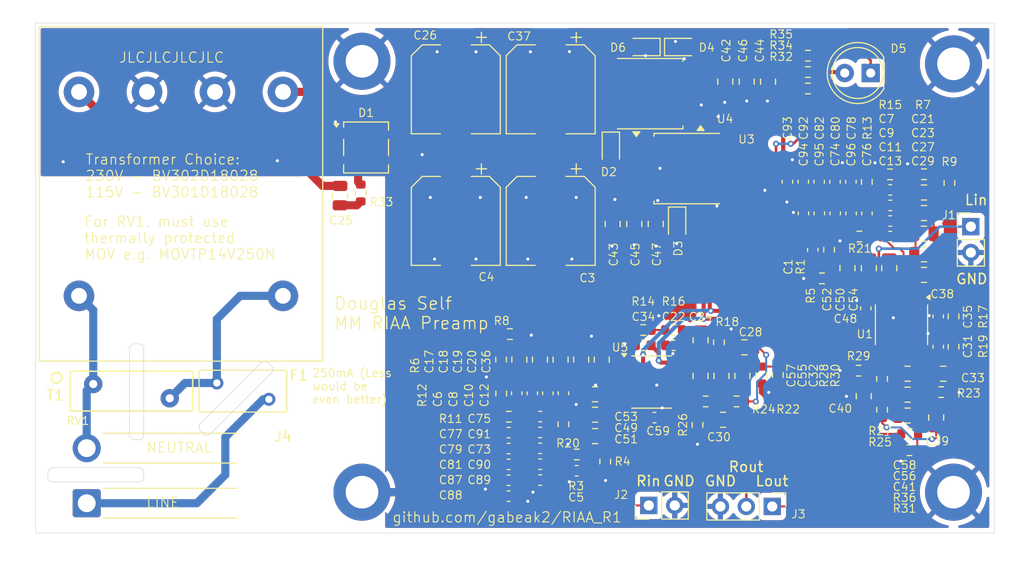
<source format=kicad_pcb>
(kicad_pcb (version 20241229) (generator "pcbnew") (generator_version "9.0")
  (layers (0 "F.Cu" signal) (2 "B.Cu" signal) (13 "F.Paste" user) (15 "B.Paste" user) (5 "F.SilkS" user "F.Silkscreen") (7 "B.SilkS" user "B.Silkscreen") (1 "F.Mask" user) (3 "B.Mask" user) (25 "Edge.Cuts" user))
  (net 0 "")
  (net 1 "GND")
  (net 2 "Net-(D1-+)")
  (net 3 "Net-(C11-Pad2)")
  (net 4 "Net-(C10-Pad2)")
  (net 5 "Net-(C17-Pad2)")
  (net 6 "Net-(C21-Pad2)")
  (net 7 "Net-(C22-Pad2)")
  (net 8 "Net-(C24-Pad1)")
  (net 9 "Net-(C25-Pad2)")
  (net 10 "Net-(C25-Pad1)")
  (net 11 "Net-(D1--)")
  (net 12 "Net-(C28-Pad1)")
  (net 13 "Net-(C32-Pad1)")
  (net 14 "-15V")
  (net 15 "+15V")
  (net 16 "Net-(C73-Pad1)")
  (net 17 "Net-(D1-Pad2)")
  (net 18 "Net-(D5-A)")
  (net 19 "Net-(F1-Pad2)")
  (net 20 "LINE")
  (net 21 "NEUT")
  (net 22 "Net-(R6-Pad2)")
  (net 23 "Net-(R11-Pad2)")
  (net 24 "Net-(R13-Pad2)")
  (net 25 "Net-(R14-Pad2)")
  (net 26 "Net-(R22-Pad1)")
  (net 27 "/OUTL")
  (net 28 "/OUTR")
  (net 29 "/Right/IN")
  (net 30 "Net-(U1A--)")
  (net 31 "Net-(U5A--)")
  (net 32 "Net-(U1B-+)")
  (net 33 "Net-(C31-Pad2)")
  (net 34 "Net-(U1B--)")
  (net 35 "Net-(C33-Pad1)")
  (net 36 "Net-(C39-Pad1)")
  (net 37 "Net-(U5B-+)")
  (net 38 "Net-(C41-Pad1)")
  (net 39 "Net-(U5B--)")
  (net 40 "Net-(U1A-+)")
  (net 41 "Net-(U5A-+)")
  (net 42 "Net-(C74-Pad1)")
  (net 43 "Net-(R7-Pad2)")
  (net 44 "Net-(R17-Pad2)")
  (net 45 "Net-(R25-Pad1)")
  (net 46 "/Left/IN")
  (footprint "Capacitor_SMD:C_0603_1608Metric" (layer "F.Cu") (at 152.9 54.36 90)
    (property "Reference" "C74")
    (property "Value" "22uF")
  )
  (footprint "Capacitor_SMD:C_0805_2012Metric" (layer "F.Cu") (at 163.5 70.085)
    (property "Reference" "C33")
    (property "Value" "470n")
  )
  (footprint "Resistor_SMD:R_0603_1608Metric" (layer "F.Cu") (at 134.075 65.8)
    (property "Reference" "R14")
    (property "Value" "470")
  )
  (footprint "Capacitor_SMD:C_0805_2012Metric" (layer "F.Cu") (at 161.6 54.335)
    (property "Reference" "C23")
    (property "Value" "10n")
  )
  (footprint "Capacitor_SMD:C_0805_2012Metric" (layer "F.Cu") (at 144 67.5 180)
    (property "Reference" "C28")
    (property "Value" "470n")
  )
  (footprint "Capacitor_SMD:C_0603_1608Metric" (layer "F.Cu") (at 120.875 77.418334)
    (property "Reference" "C79")
    (property "Value" "22uF")
  )
  (footprint "Capacitor_SMD:C_0805_2012Metric" (layer "F.Cu") (at 161.6 52.315)
    (property "Reference" "C21")
    (property "Value" "10n")
  )
  (footprint "Capacitor_SMD:C_0603_1608Metric" (layer "F.Cu") (at 158.3 55.11)
    (property "Reference" "C11")
    (property "Value" "4.7n")
  )
  (footprint "Capacitor_SMD:C_0603_1608Metric" (layer "F.Cu") (at 120.875 80.531667)
    (property "Reference" "C87")
    (property "Value" "22uF")
  )
  (footprint "Resistor_SMD:R_0603_1608Metric" (layer "F.Cu") (at 164.5 67.435 -90)
    (property "Reference" "R19")
    (property "Value" "68")
  )
  (footprint "Diode_SMD:D_SOD-323" (layer "F.Cu") (at 130.9 48 -90)
    (property "Reference" "D2")
    (property "Value" "1N5819WS")
  )
  (footprint "Capacitor_SMD:C_0603_1608Metric" (layer "F.Cu") (at 148.211666 51.26 -90)
    (property "Reference" "C93")
    (property "Value" "22uF")
  )
  (footprint "Resistor_SMD:R_0603_1608Metric" (layer "F.Cu") (at 120.14 68.7 90)
    (property "Reference" "R6")
    (property "Value" "62k")
  )
  (footprint "Capacitor_SMD:C_0805_2012Metric" (layer "F.Cu") (at 146.3147 41.45 90)
    (property "Reference" "C44")
    (property "Value" "10u")
  )
  (footprint "Capacitor_SMD:C_0805_2012Metric" (layer "F.Cu") (at 142.125 41.45 90)
    (property "Reference" "C42")
    (property "Value" "100n")
  )
  (footprint "Capacitor_SMD:C_0603_1608Metric" (layer "F.Cu") (at 123.975 77.4 180)
    (property "Reference" "C73")
    (property "Value" "22uF")
  )
  (footprint "Capacitor_SMD:C_0805_2012Metric" (layer "F.Cu") (at 161.6 60.395)
    (property "Reference" "C38")
    (property "Value" "10n")
  )
  (footprint "MountingHole:MountingHole_3.2mm_M3_DIN965_Pad" (layer "F.Cu") (at 106.5 81.7)
    (property "Reference" "H2" (hide yes))
    (property "Value" "MountingHole_Pad")
  )
  (footprint "Capacitor_SMD:C_0805_2012Metric" (layer "F.Cu") (at 154.1 59.735 -90)
    (property "Reference" "C52")
    (property "Value" "10u")
  )
  (footprint "Capacitor_SMD:C_0603_1608Metric" (layer "F.Cu") (at 156.013333 54.36 90)
    (property "Reference" "C76")
    (property "Value" "22uF")
  )
  (footprint "Capacitor_SMD:C_0603_1608Metric" (layer "F.Cu") (at 151.343333 54.36 90)
    (property "Reference" "C95")
    (property "Value" "22uF")
  )
  (footprint "Capacitor_SMD:CP_Elec_8x10.5" (layer "F.Cu") (at 125 42.2 -90)
    (property "Reference" "C37")
    (property "Value" "220u")
  )
  (footprint "Capacitor_SMD:C_0603_1608Metric" (layer "F.Cu") (at 120.875 82.088334)
    (property "Reference" "C88")
    (property "Value" "22uF")
  )
  (footprint "Capacitor_SMD:C_0805_2012Metric" (layer "F.Cu") (at 129.35 76.2)
    (property "Reference" "C51")
    (property "Value" "10u")
  )
  (footprint "Capacitor_SMD:C_0805_2012Metric" (layer "F.Cu") (at 160 70.085 180)
    (property "Reference" "C58")
    (property "Value" "2.2uF")
  )
  (footprint "Resistor_SMD:R_0603_1608Metric" (layer "F.Cu") (at 164.1 51.385 -90)
    (property "Reference" "R9")
    (property "Value" "1.5k")
  )
  (footprint "Capacitor_SMD:C_0603_1608Metric" (layer "F.Cu") (at 150.7 57.935 90)
    (property "Reference" "C1")
    (property "Value" "100p")
  )
  (footprint "Capacitor_SMD:C_0603_1608Metric" (layer "F.Cu") (at 149.768333 51.26 -90)
    (property "Reference" "C92")
    (property "Value" "22uF")
  )
  (footprint "Capacitor_SMD:C_0603_1608Metric" (layer "F.Cu") (at 120.875 75.861667)
    (property "Reference" "C77")
    (property "Value" "22uF")
  )
  (footprint "Capacitor_SMD:C_0805_2012Metric" (layer "F.Cu") (at 131.075 55.4 90)
    (property "Reference" "C43")
    (property "Value" "100n")
  )
  (footprint "Capacitor_SMD:CP_Elec_8x10.5" (layer "F.Cu") (at 115.7 55.1 -90)
    (property "Reference" "C4")
    (property "Value" "220u")
  )
  (footprint "Capacitor_SMD:C_0603_1608Metric" (layer "F.Cu") (at 158.3 52.06)
    (property "Reference" "C7")
    (property "Value" "4.7n")
  )
  (footprint "Resistor_SMD:R_0603_1608Metric" (layer "F.Cu") (at 120.9 74.3 180)
    (property "Reference" "R11")
    (property "Value" "5.1k")
  )
  (footprint "Capacitor_SMD:C_0805_2012Metric" (layer "F.Cu") (at 141.9 74.6)
    (property "Reference" "C30")
    (property "Value" "470n")
  )
  (footprint "Varistor:RV_Disc_D12mm_W3.9mm_P7.5mm" (layer "F.Cu") (at 87.648 72.494 180)
    (property "Reference" "RV1")
    (property "Value" "Varistor Thermally Protected")
  )
  (footprint "LED_THT:LED_D5.0mm" (layer "F.Cu") (at 156.375 40.6 180)
    (property "Reference" "D5")
    (property "Value" "LED")
  )
  (footprint "Capacitor_SMD:C_0603_1608Metric" (layer "F.Cu") (at 135.185 74.39 180)
    (property "Reference" "C59")
    (property "Value" "100n")
  )
  (footprint "Resistor_SMD:R_0603_1608Metric" (layer "F.Cu") (at 139.4 75.1 90)
    (property "Reference" "R26")
    (property "Value" "82k")
  )
  (footprint "MountingHole:MountingHole_3.2mm_M3_DIN965_Pad" (layer "F.Cu") (at 106.5 39.45)
    (property "Reference" "H1" (hide yes))
    (property "Value" "MountingHole_Pad")
  )
  (footprint "Capacitor_SMD:C_0603_1608Metric" (layer "F.Cu") (at 121.675 72 90)
    (property "Reference" "C6")
    (property "Value" "4.7n")
  )
  (footprint "Capacitor_SMD:C_0805_2012Metric" (layer "F.Cu") (at 144.21985 41.45 90)
    (property "Reference" "C46")
    (property "Value" "10u")
  )
  (footprint "Diode_SMD:D_SOD-323" (layer "F.Cu") (at 137.775 38.05)
    (property "Reference" "D4")
    (property "Value" "1N5819WS")
  )
  (footprint "Capacitor_SMD:C_0603_1608Metric" (layer "F.Cu") (at 123.975 75.843334 180)
    (property "Reference" "C91")
    (property "Value" "22uF")
  )
  (footprint "Capacitor_SMD:C_0805_2012Metric" (layer "F.Cu") (at 104.345 52.617 90)
    (property "Reference" "C25")
    (property "Value" "470n")
  )
  (footprint "Capacitor_SMD:C_0603_1608Metric" (layer "F.Cu") (at 149.786666 54.36 90)
    (property "Reference" "C94")
    (property "Value" "22uF")
  )
  (footprint "Resistor_SMD:R_0603_1608Metric" (layer "F.Cu") (at 151.6 60.735 180)
    (property "Reference" "R5")
    (property "Value" "68k")
  )
  (footprint "Diode_SMD:D_SOD-323" (layer "F.Cu") (at 137.4 55.35 -90)
    (property "Reference" "D3")
    (property "Value" "1N5819WS")
  )
  (footprint "Resistor_SMD:R_0603_1608Metric" (layer "F.Cu") (at 137.05 65.8)
    (property "Reference" "R16")
    (property "Value" "68")
  )
  (footprint "Capacitor_SMD:C_0805_2012Metric" (layer "F.Cu") (at 161.6 56.355)
    (property "Reference" "C27")
    (property "Value" "10n")
  )
  (footprint "Resistor_SMD:R_0603_1608Metric" (layer "F.Cu") (at 106.377 52.363 90)
    (property "Reference" "R33")
    (property "Value" "120")
  )
  (footprint "Capacitor_SMD:C_0603_1608Metric" (layer "F.Cu") (at 123.975 74.286667 180)
    (property "Reference" "C75")
    (property "Value" "22uF")
  )
  (footprint "Capacitor_SMD:C_0603_1608Metric" (layer "F.Cu") (at 154.456666 54.36 90)
    (property "Reference" "C96")
    (property "Value" "22uF")
  )
  (footprint "MountingHole:MountingHole_3.2mm_M3_DIN965_Pad" (layer "F.Cu") (at 164.5 81.7)
    (property "Reference" "H4" (hide yes))
    (property "Value" "MountingHole_Pad")
  )
  (footprint "Resistor_SMD:R_0603_1608Metric" (layer "F.Cu") (at 150.225 42.115 180)
    (property "Reference" "R32")
    (property "Value" "47k")
  )
  (footprint "Capacitor_SMD:C_0603_1608Metric" (layer "F.Cu") (at 154.438333 51.26 -90)
    (property "Reference" "C78")
    (property "Value" "22uF")
  )
  (footprint "Capacitor_SMD:C_0603_1608Metric" (layer "F.Cu") (at 126.25 72 90)
    (property "Reference" "C12")
    (property "Value" "220p")
  )
  (footprint "Capacitor_SMD:C_0603_1608Metric" (layer "F.Cu") (at 123.2 72 90)
    (property "Reference" "C8")
    (property "Value" "4.7n")
  )
  (footprint "Package_SO:SOIC-8_3.9x4.9mm_P1.27mm" (layer "F.Cu") (at 134.9 70.9)
    (property "Reference" "U5")
    (property "Value" "NE5532")
  )
  (footprint "Package_TO_SOT_SMD:TO-252-2" (layer "F.Cu") (at 134.66 42.625 180)
    (property "Reference" "U4")
    (property "Value" "MC79M15_TO252")
  )
  (footprint "Resistor_SMD:R_0603_1608Metric" (layer "F.Cu") (at 147.271 70.207 90)
    (property "Reference" "R30")
    (property "Value" "100")
  )
  (footprint "Resistor_SMD:R_0603_1608Metric" (layer "F.Cu") (at 155.2 69.785)
    (property "Reference" "R29")
    (property "Value" "82k")
  )
  (footprint "Resistor_SMD:R_0603_1608Metric" (layer "F.Cu") (at 164.5 64.46 -90)
    (property "Reference" "R17")
    (property "Value" "470")
  )
  (footprint "Resistor_SMD:R_0603_1608Metric" (layer "F.Cu") (at 120.15 72.025 90)
    (property "Reference" "R12")
    (property "Value" "120")
  )
  (footprint "Resistor_SMD:R_0603_1608Metric" (layer "F.Cu") (at 160.2 75.985)
    (property "Reference" "R36")
    (property "Value" "100")
  )
  (footprint "Capacitor_SMD:C_0603_1608Metric" (layer "F.Cu") (at 127.55 79.6 180)
    (property "Reference" "C5")
    (property "Value" "100p")
  )
  (footprint "Package_SO:SOIC-8_3.9x4.9mm_P1.27mm" (layer "F.Cu") (at 159.4 65.285 -90)
    (property "Reference" "U1")
    (property "Value" "NE5532")
  )
  (footprint "Capacitor_SMD:C_0805_2012Metric" (layer "F.Cu") (at 121.93 68.7 90)
    (property "Reference" "C17")
    (property "Value" "10n")
  )
  (footprint "MountingHole:MountingHole_3.2mm_M3_DIN965_Pad" (layer "F.Cu") (at 164.5 39.7)
    (property "Reference" "H3" (hide yes))
    (property "Value" "MountingHole_Pad")
  )
  (footprint "Resistor_SMD:R_0603_1608Metric" (layer "F.Cu") (at 157.5 70.585 -90)
    (property "Reference" "R27")
    (property "Value" "47k")
  )
  (footprint "Capacitor_SMD:C_0603_1608Metric" (layer "F.Cu") (at 158.3 56.635)
    (property "Reference" "C13")
    (property "Value" "220p")
  )
  (footprint "Capacitor_SMD:C_0805_2012Metric" (layer "F.Cu") (at 162.8 74.385 90)
    (property "Reference" "C39")
    (property "Value" "470n")
  )
  (footprint "Capacitor_SMD:C_0805_2012Metric" (layer "F.Cu") (at 156.2 59.735 -90)
    (property "Reference" "C50")
    (property "Value" "10u")
  )
  (footprint "Capacitor_SMD:C_0805_2012Metric" (layer "F.Cu") (at 125.97 68.7 90)
    (property "Reference" "C19")
    (property "Value" "10n")
  )
  (footprint "Package_TO_SOT_SMD:TO-269AA" (layer "F.Cu") (at 106.9 47.9)
    (property "Reference" "D1")
    (property "Value" "MB10S")
  )
  (footprint "Capacitor_SMD:C_0805_2012Metric" (layer "F.Cu") (at 135.3 55.4 90)
    (property "Reference" "C47")
    (property "Value" "10u")
  )
  (footprint "Capacitor_SMD:C_0805_2012Metric" (layer "F.Cu") (at 133.2 55.4 90)
    (property "Reference" "C45")
    (property "Value" "10u")
  )
  (footprint "Capacitor_SMD:C_0603_1608Metric" (layer "F.Cu") (at 158.3 53.585)
    (property "Reference" "C9")
    (property "Value" "4.7n")
  )
  (footprint "Capacitor_SMD:C_0805_2012Metric" (layer "F.Cu") (at 127.99 68.7 90)
    (property "Reference" "C20")
    (property "Value" "10n")
  )
  (footprint "Connector_Wire:SolderWire-1sqmm_1x02_P5.4mm_D1.4mm_OD2.7mm_Relief" (layer "F.Cu") (at 79.509 82.782 90)
    (property "Reference" "J4")
    (property "Value" "Conn_01x02")
  )
  (footprint "Capacitor_SMD:C_0805_2012Metric" (layer "F.Cu") (at 158.2 59.735 -90)
    (property "Reference" "C54")
    (property "Value" "2.2u")
  )
  (footprint "Capacitor_SMD:CP_Elec_8x10.5" (layer "F.Cu") (at 125 55.1 -90)
    (property "Reference" "C3")
    (property "Value" "220u")
  )
  (footprint "Connector_PinHeader_2.54mm:PinHeader_1x02_P2.54mm_Vertical" (layer "F.Cu") (at 134.625 83 90)
    (property "Reference" "J2")
    (property "Value" "Conn_01x02")
  )
  (footprint "Resistor_SMD:R_0603_1608Metric" (layer "F.Cu") (at 140.2 72.8)
    (property "Reference" "R24")
    (property "Value" "47k")
  )
  (footprint "Capacitor_SMD:C_0805_2012Metric" (layer "F.Cu") (at 141.75 70.3 -90)
    (property "Reference" "C55")
    (property "Value" "22uF")
  )
  (footprint "gabe_transformers:BV302D18028" (layer "F.Cu") (at 88.75 52.45 90)
    (property "Reference" "T1")
    (property "Value" "BV302D18028")
  )
  (footprint "Capacitor_SMD:C_0603_1608Metric" (layer "F.Cu") (at 137.05 67.3)
    (property "Reference" "C22")
    (property "Value" "4.7n")
  )
  (footprint "Resistor_SMD:R_0603_1608Metric" (layer "F.Cu") (at 141.5 67 -90)
    (property "Reference" "R18")
    (property "Value" "12k")
  )
  (footprint "Fuse:Fuse_BelFuse_0ZRE0008FF_L8.3mm_W3.8mm" (layer "F.Cu") (at 97.37 72.594 180)
    (property "Reference" "F1")
    (property "Value" "Fuse 250mA Slow-Blow")
  )
  (footprint "Resistor_SMD:R_0603_1608Metric" (layer "F.Cu") (at 156 51.285 90)
    (property "Reference" "R13")
    (property "Value" "5.1k")
  )
  (footprint "Diode_SMD:D_SOD-323" (layer "F.Cu") (at 134.125 38.05 180)
    (property "Reference" "D6")
    (property "Value" "1N5819WS")
  )
  (footprint "Capacitor_SMD:C_0805_2012Metric" (layer "F.Cu") (at 143.8 70.3 -90)
    (property "Reference" "C32")
    (property "Value" "22uF")
  )
  (footprint "Capacitor_SMD:C_0603_1608Metric" (layer "F.Cu") (at 123.975 78.956667 180)
    (property "Reference" "C90")
    (property "Value" "22uF")
  )
  (footprint "Capacitor_SMD:C_0805_2012Metric" (layer "F.Cu") (at 161.6 58.375)
    (property "Reference" "C29")
    (property "Value" "10n")
  )
  (footprint "Connector_PinHeader_2.54mm:PinHeader_1x02_P2.54mm_Vertical" (layer "F.Cu") (at 166.2 55.66)
    (property "Reference" "J1")
    (property "Value" "Conn_01x02")
  )
  (footprint "Resistor_SMD:R_0603_1608Metric" (layer "F.Cu") (at 127.55 78 180)
    (property "Reference" "R3")
    (property "Value" "220k")
  )
  (footprint "Capacitor_SMD:C_0805_2012Metric" (layer "F.Cu") (at 130.01 68.7 90)
    (property "Reference" "C36")
    (property "Value" "10n")
  )
  (footprint "Capacitor_SMD:C_0805_2012Metric" (layer "F.Cu") (at 155.7 72.285 -90)
    (property "Reference" "C40")
    (property "Value" "470n")
  )
  (footprint "Resistor_SMD:R_0603_1608Metric" (layer "F.Cu") (at 155.263333 56.635)
    (property "Reference" "R21")
    (property "Value" "220")
  )
  (footprint "Resistor_SMD:R_0603_1608Metric" (layer "F.Cu") (at 145.6705 70.207 90)
    (property "Reference" "R28")
    (property "Value" "22k")
  )
  (footprint "Capacitor_SMD:C_0805_2012Metric" (layer "F.Cu") (at 129.35 74.1)
    (property "Reference" "C49")
    (property "Value" "10u")
  )
  (footprint "Capacitor_SMD:C_0805_2012Metric" (layer "F.Cu") (at 160 74.185 180)
    (property "Reference" "C41")
    (property "Value" "22uF")
  )
  (footprint "Capacitor_SMD:C_0805_2012Metric" (layer "F.Cu") (at 139.7 70.3 -90)
    (property "Reference" "C57")
    (property "Value" "2.2uF")
  )
  (footprint "Connector_PinHeader_2.54mm:PinHeader_1x03_P2.54mm_Vertical" (layer "F.Cu") (at 146.725 83.1 -90)
    (property "Reference" "J3")
    (property "Value" "Conn_01x03")
  )
  (footprint "Resistor_SMD:R_0603_1608Metric" (layer "F.Cu") (at 126.25 75.036667 90)
    (property "Reference" "R20")
    (property "Value" "220")
  )
  (footprint "Resistor_SMD:R_0603_1608Metric" (layer "F.Cu") (at 157.5 73.61 -90)
    (property "Reference" "R25")
    (property "Value" "200")
  )
  (footprint "Resistor_SMD:R_0603_1608Metric" (layer "F.Cu") (at 130.35 78.7 -90)
    (property "Reference" "R4")
    (property "Value" "68k")
  )
  (footprint "Resistor_SMD:R_0603_1608Metric" (layer "F.Cu") (at 121 66.2)
    (property "Reference" "R8")
    (property "Value" "1.5k")
  )
  (footprint "Capacitor_SMD:C_0603_1608Metric" (layer "F.Cu") (at 163 67.435 -90)
    (property "Reference" "C31")
    (property "Value" "4.7n")
  )
  (footprint "Capacitor_SMD:C_0603_1608Metric" (layer "F.Cu") (at 124.725 72 90)
    (property "Reference" "C10")
    (property "Value" "4.7n")
  )
  (footprint "Capacitor_SMD:C_0603_1608Metric" (layer "F.Cu") (at 151.325 51.26 -90)
    (property "Reference" "C82")
    (property "Value" "22uF")
  )
  (footprint "Capacitor_SMD:C_0603_1608Metric" (layer "F.Cu") (at 120.875 78.975)
    (property "Reference" "C81")
    (property "Value" "22uF")
  )
  (footprint "Resistor_SMD:R_0603_1608Metric" (layer "F.Cu") (at 160.175 77.585)
    (property "Reference" "R31")
    (property "Value" "22k")
  )
  (footprint "Resistor_SMD:R_0603_1608Metric" (layer "F.Cu") (at 163.3 71.885 180)
    (property "Reference" "R23")
    (property "Value" "12k")
  )
  (footprint "Capacitor_SMD:C_0603_1608Metric" (layer "F.Cu") (at 163 64.46 -90)
    (property "Reference" "C35")
    (property "Value" "100n")
  )
  (footprint "Capacitor_SMD:CP_Elec_8x10.5" (layer "F.Cu") (at 115.7 42.2 -90)
    (property "Reference" "C26")
    (property "Value" "220u")
  )
  (footprint "Resistor_SMD:R_0603_1608Metric" (layer "F.Cu") (at 158.275 50.535)
    (property "Reference" "R15")
    (property "Value" "120")
  )
  (footprint "Resistor_SMD:R_0603_1608Metric" (layer "F.Cu") (at 150.225 38.9 180)
    (property "Reference" "R35")
    (property "Value" "47k")
  )
  (footprint "Capacitor_SMD:C_0805_2012Metric" (layer "F.Cu") (at 160 72.135 180)
    (property "Reference" "C56")
    (property "Value" "22uF")
  )
  (footprint "Resistor_SMD:R_0603_1608Metric" (layer "F.Cu") (at 143.225 72.8)
    (property "Reference" "R22")
    (property "Value" "200")
  )
  (footprint "Capacitor_SMD:C_0603_1608Metric" (layer "F.Cu") (at 123.975 80.513334 180)
    (property "Reference" "C89")
    (property "Value" "22uF")
  )
  (footprint "Capacitor_SMD:C_0603_1608Metric" (layer "F.Cu") (at 155.9 63.675 -90)
    (property "Reference" "C48")
    (property "Value" "100n")
  )
  (footprint "Capacitor_SMD:C_0603_1608Metric" (layer "F.Cu") (at 152.881666 51.26 -90)
    (property "Reference" "C80")
    (property "Value" "22uF")
  )
  (footprint "Resistor_SMD:R_0603_1608Metric" (layer "F.Cu") (at 152.3 57.935 90)
    (property "Reference" "R1")
    (property "Value" "220k")
  )
  (footprint "Capacitor_SMD:C_0805_2012Metric" (layer "F.Cu") (at 139.7 66.8 90)
    (property "Reference" "C24")
    (property "Value" "470n")
  )
  (footprint "Resistor_SMD:R_0603_1608Metric" (layer "F.Cu") (at 150.225 40.5075 180)
    (property "Reference" "R34")
    (property "Value" "47k")
  )
  (footprint "Capacitor_SMD:C_0603_1608Metric" (layer "F.Cu") (at 134.075 67.3)
    (property "Reference" "C34")
    (property "Value" "100n")
  )
  (footprint "Resistor_SMD:R_0603_1608Metric" (layer "F.Cu") (at 161.6 50.525)
    (property "Reference" "R7")
    (property "Value" "62k")
  )
  (footprint "Package_TO_SOT_SMD:TO-252-2" (layer "F.Cu") (at 138.44 49.9725)
    (property "Reference" "U3")
    (property "Value" "MC78M15_TO252")
  )
  (footprint "Capacitor_SMD:C_0805_2012Metric" (layer "F.Cu") (at 129.35 72.1)
    (property "Reference" "C53")
    (property "Value" "2.2u")
  )
  (footprint "Capacitor_SMD:C_0805_2012Metric" (layer "F.Cu") (at 123.95 68.7 90)
    (property "Reference" "C18")
    (property "Value" "10n")
  )
  (gr_poly (pts (xy 90.5538 75.066301) (xy 90.5538 75.561276) (xy 91.110647 76.118122) (xy 91.481878 76.118122) (xy 97.75745 69.84255) (xy 97.75745 69.471319) (xy 97.200604 68.914472) (xy 96.705629 68.914472)) (stroke (width 0.05)) (fill no) (layer "Edge.Cuts"))
  (gr_poly (pts (xy 83.7 76.2125) (xy 84.05 76.5625) (xy 84.8375 76.5625) (xy 85.1 76.3) (xy 85.1 67.425) (xy 84.8375 67.1625) (xy 84.05 67.1625) (xy 83.7 67.5125)) (stroke (width 0.05)) (fill no) (layer "Edge.Cuts"))
  (gr_rect (start 74.5 35.7) (end 168.5 85.7) (stroke (width 0.05)) (fill no) (layer "Edge.Cuts"))
  (gr_poly (pts (xy 76.05 79.3) (xy 75.7 79.65) (xy 75.7 80.4375) (xy 75.9625 80.7) (xy 84.8375 80.7) (xy 85.1 80.4375) (xy 85.1 79.65) (xy 84.75 79.3)) (stroke (width 0.05)) (fill no) (layer "Edge.Cuts"))
  (gr_text "GND" (at 140.032 81.192 0) (layer "F.SilkS") (effects (font (size 1 1)) (justify left bottom)))
  (gr_text "GND" (at 135.968 81.192 0) (layer "F.SilkS") (effects (font (size 1 1)) (justify left bottom)))
  (gr_text "Rin" (at 133.301 81.192 0) (layer "F.SilkS") (effects (font (size 1 1)) (justify left bottom)))
  (gr_text "NEUTRAL" (at 85.295 77.9215 0) (layer "F.SilkS") (effects (font (size 1 1) (thickness 0.1)) (justify left bottom)))
  (gr_text "For RV1, must use \nthermally protected \nMOV e.g. MOVTP14V250N" (at 79.199 58.967 0) (layer "F.SilkS") (effects (font (size 1 1) (thickness 0.1)) (justify left bottom)))
  (gr_text "250mA (Less \nwould be \neven better)" (at 101.551 73.064 0) (layer "F.SilkS") (effects (font (size 0.8 0.8) (thickness 0.1)) (justify left bottom)))
  (gr_text "Lout" (at 145.004762 81.192 0) (layer "F.SilkS") (effects (font (size 1 1)) (justify left bottom)))
  (gr_text "github.com/gabeak2/RIAA_R1" (at 109.425 84.748 0) (layer "F.SilkS") (effects (font (size 1 1) (thickness 0.1)) (justify left bottom)))
  (gr_text "GND" (at 164.67 61.38 0) (layer "F.SilkS") (effects (font (size 1 1)) (justify left bottom)))
  (gr_text "Rout" (at 142.369524 79.795 0) (layer "F.SilkS") (effects (font (size 1 1)) (justify left bottom)))
  (gr_text "LINE" (at 85.295 83.3215 0) (layer "F.SilkS") (effects (font (size 1 1) (thickness 0.1)) (justify left bottom)))
  (gr_text "Lin" (at 165.527143 53.633 0) (layer "F.SilkS") (effects (font (size 1 1)) (justify left bottom)))
  (gr_text "JLCJLCJLCJLC" (at 82.628 39.663 0) (layer "F.SilkS") (effects (font (size 1 1) (thickness 0.1)) (justify left bottom)))
  (gr_text "Transformer Choice:\n230V - BV302D18028 \n115V - BV301D18028" (at 79.326 52.871 0) (layer "F.SilkS") (effects (font (size 1 1) (thickness 0.1)) (justify left bottom)))
  (gr_text "Douglas Self\nMM RIAA Preamp" (at 103.71 65.825 0) (layer "F.SilkS") (effects (font (size 1.2 1.2) (thickness 0.12)) (justify left bottom)))
  (segment (start 151.325 53.566667) (end 151.343333 53.585) (width 0.2) (layer "F.Cu") (net 1))
  (segment (start 126.775 79.6) (end 126.775 80.635) (width 0.2) (layer "F.Cu") (net 1))
  (segment (start 127.5 78.9) (end 127.474 78.926) (width 0.4) (layer "F.Cu") (net 1))
  (segment (start 137.4 57.281) (end 137.365 57.316) (width 0.25) (layer "F.Cu") (net 1))
  (segment (start 135.93 73.44) (end 135.93 74.02) (width 0.4) (layer "F.Cu") (net 1))
  (segment (start 148.211666 53.200334) (end 148.16 53.252) (width 0.2) (layer "F.Cu") (net 1))
  (segment (start 123.181667 78.975) (end 123.2 78.956667) (width 0.2) (layer "F.Cu") (net 1))
  (segment (start 139.7 49.9725) (end 135.7365 49.9725) (width 0.8) (layer "F.Cu") (net 1))
  (segment (start 133.2 56.35) (end 133.2 57.417) (width 0.4) (layer "F.Cu") (net 1))
  (segment (start 163 63.685) (end 162.815 63.685) (width 0.4) (layer "F.Cu") (net 1))
  (segment (start 150.775 60.735) (end 149.821 60.735) (width 0.25) (layer "F.Cu") (net 1))
  (segment (start 121.65 80.531667) (end 123.181667 80.531667) (width 0.2) (layer "F.Cu") (net 1))
  (segment (start 126.725 78) (end 127.4 78) (width 0.2) (layer "F.Cu") (net 1))
  (segment (start 127.5 76.2) (end 127.5 73.1) (width 0.4) (layer "F.Cu") (net 1))
  (segment (start 145.62 71.0825) (end 145.6705 71.032) (width 0.25) (layer "F.Cu") (net 1))
  (segment (start 123.181667 75.861667) (end 123.2 75.843334) (width 0.2) (layer "F.Cu") (net 1))
  (segment (start 126.7 77) (end 127.5 76.2) (width 0.4) (layer "F.Cu") (net 1))
  (segment (start 123.2 80.513334) (end 123.2 81.632) (width 0.2) (layer "F.Cu") (net 1))
  (segment (start 152.3 57.11) (end 153.319 57.11) (width 0.2) (layer "F.Cu") (net 1))
  (segment (start 125 58.8) (end 127.038 58.8) (width 0.8) (layer "F.Cu") (net 1))
  (segment (start 136.725 38.017) (end 137.238 37.504) (width 0.4) (layer "F.Cu") (net 1))
  (segment (start 139.4 76.998) (end 139.397 77.001) (width 0.25) (layer "F.Cu") (net 1))
  (segment (start 127.5 76.2) (end 127.5 78.1) (width 0.4) (layer "F.Cu") (net 1))
  (segment (start 141.5 66.175) (end 142.222 66.175) (width 0.25) (layer "F.Cu") (net 1))
  (segment (start 139.7 44.905) (end 139.7 43.805) (width 0.4) (layer "F.Cu") (net 1))
  (segment (start 155 62.9) (end 155.9 62.9) (width 0.4) (layer "F.Cu") (net 1))
  (segment (start 127.5 72.23552) (end 127.499 72.23452) (width 0.4) (layer "F.Cu") (net 1))
  (segment (start 148.211666 52.035) (end 148.211666 53.200334) (width 0.2) (layer "F.Cu") (net 1))
  (segment (start 136.275 67.3) (end 136.275 67.402) (width 0.25) (layer "F.Cu") (net 1))
  (segment (start 149.478 53.585) (end 148.795 54.268) (width 0.2) (layer "F.Cu") (net 1))
  (segment (start 142.222 66.175) (end 142.699 65.698) (width 0.25) (layer "F.Cu") (net 1))
  (segment (start 126.775 79.6) (end 127.374 79.6) (width 0.2) (layer "F.Cu") (net 1))
  (segment (start 151.325 52.035) (end 151.325 53.566667) (width 0.2) (layer "F.Cu") (net 1))
  (segment (start 115.7 38.5) (end 113.89 38.5) (width 0.8) (layer "F.Cu") (net 1))
  (segment (start 145.62 71.159) (end 145.62 71.0825) (width 0.25) (layer "F.Cu") (net 1))
  (segment (start 121.65 75.861667) (end 123.181667 75.861667) (width 0.2) (layer "F.Cu") (net 1))
  (segment (start 165.051 71.921) (end 164.161 71.921) (width 0.25) (layer "F.Cu") (net 1))
  (segment (start 135.3 56.35) (end 135.3 57.537) (width 0.4) (layer "F.Cu") (net 1))
  (segment (start 136.275 67.402) (end 136.984 68.111) (width 0.25) (layer "F.Cu") (net 1))
  (segment (start 156.013333 53.585) (end 149.786666 53.585) (width 0.2) (layer "F.Cu") (net 1))
  (segment (start 141.375 53.56) (end 141.302 53.633) (width 0.8) (layer "F.Cu") (net 1))
  (segment (start 135.93 74.02) (end 135.96 74.05) (width 0.4) (layer "F.Cu") (net 1))
  (segment (start 146.382 71.921) (end 145.62 71.159) (width 0.25) (layer "F.Cu") (net 1))
  (segment (start 123.181666 77.418334) (end 123.2 77.4) (width 0.2) (layer "F.Cu") (net 1))
  (segment (start 153.319 57.11) (end 153.367 57.062) (width 0.2) (layer "F.Cu") (net 1))
  (segment (start 127.474 78.926) (end 127.474 79.7) (width 0.4) (layer "F.Cu") (net 1))
  (segment (start 117.64 58.8) (end 117.68 58.84) (width 0.8) (layer "F.Cu") (net 1))
  (segment (start 133.3 67.3) (end 132.38 67.3) (width 0.4) (layer "F.Cu") (net 1))
  (segment (start 127.374 79.6) (end 127.474 79.7) (width 0.2) (layer "F.Cu") (net 1))
  (segment (start 153.39 69.785) (end 153.367 69.762) (width 0.25) (layer "F.Cu") (net 1))
  (segment (start 164.161 71.921) (end 164.125 71.885) (width 0.25) (layer "F.Cu") (net 1))
  (segment (start 135.96 74.05) (end 135.96 74.39) (width 0.4) (layer "F.Cu") (net 1))
  (segment (start 139.7 44.905) (end 141.394 44.905) (width 0.4) (layer "F.Cu") (net 1))
  (segment (start 127.038 58.8) (end 127.078 58.84) (width 0.8) (layer "F.Cu") (net 1))
  (segment (start 106.5 81.7) (end 114.5 81.7) (width 0.8) (layer "F.Cu") (net 1))
  (segment (start 137.4 56.4) (end 137.4 57.281) (width 0.4) (layer "F.Cu") (net 1))
  (segment (start 115.7 58.8) (end 117.64 58.8) (width 0.8) (layer "F.Cu") (net 1))
  (segment (start 135.3 57.537) (end 135.333 57.57) (width 0.25) (layer "F.Cu") (net 1))
  (segment (start 127.474 79.7) (end 127.474 80.574) (width 0.4) (layer "F.Cu") (net 1))
  (segment (start 122.259334 82.088334) (end 122.76 82.589) (width 0.2) (layer "F.Cu") (net 1))
  (segment (start 126.844 38.5) (end 125 38.5) (width 0.8) (layer "F.Cu") (net 1))
  (segment (start 162.484 66.144) (end 163 66.66) (width 0.4) (layer "F.Cu") (net 1))
  (segment (start 136.725 38.05) (end 136.725 38.017) (width 0.4) (layer "F.Cu") (net 1))
  (segment (start 146.3147 42.4) (end 146.3147 43.2863) (width 0.4) (layer "F.Cu") (net 1))
  (segment (start 115.7 58.8) (end 113.656 58.8) (width 0.8) (layer "F.Cu") (net 1))
  (segment (start 130.35 80.527) (end 130.38 80.557) (width 0.25) (layer "F.Cu") (net 1))
  (segment (start 133.2 57.417) (end 133.174 57.443) (width 0.25) (layer "F.Cu") (net 1))
  (segment (start 141.375 51.4975) (end 141.375 53.56) (width 0.8) (layer "F.Cu") (net 1))
  (segment (start 121.65 77.418334) (end 123.181666 77.418334) (width 0.2) (layer "F.Cu") (net 1))
  (segment (start 154.438333 53.566667) (end 154.456666 53.585) (width 0.2) (layer "F.Cu") (net 1))
  (segment (start 121.65 82.088334) (end 121.65 75.861667) (width 0.2) (layer "F.Cu") (net 1))
  (segment (start 127.4 78) (end 127.5 78.1) (width 0.2) (layer "F.Cu") (net 1))
  (segment (start 139.4 75.925) (end 139.4 76.998) (width 0.25) (layer "F.Cu") (net 1))
  (segment (start 152.881666 53.566666) (end 152.9 53.585) (width 0.2) (layer "F.Cu") (net 1))
  (segment (start 131.075 56.35) (end 131.075 57.51) (width 0.4) (layer "F.Cu") (net 1))
  (segment (start 126.725 79.55) (end 126.775 79.6) (width 0.2) (layer "F.Cu") (net 1))
  (segment (start 132.38 67.3) (end 132.26 67.18) (width 0.4) (layer "F.Cu") (net 1))
  (segment (start 159.35 77.585) (end 159.35 78.638) (width 0.25) (layer "F.Cu") (net 1))
  (segment (start 117.66 38.5) (end 117.68 38.52) (width 0.8) (layer "F.Cu") (net 1))
  (segment (start 154.375 69.785) (end 153.39 69.785) (width 0.25) (layer "F.Cu") (net 1))
  (segment (start 162.005 66.144) (end 162.484 66.144) (width 0.4) (layer "F.Cu") (net 1))
  (segment (start 123.2 74.286667) (end 123.2 80.513334) (width 0.2) (layer "F.Cu") (net 1))
  (segment (start 123.2 81.632) (end 123.268 81.7) (width 0.2) (layer "F.Cu") (net 1))
  (segment (start 141.394 44.905) (end 141.429 44.87) (width 0.4) (layer "F.Cu") (net 1))
  (segment (start 144.21985 42.4) (end 144.21985 43.34285) (width 0.4) (layer "F.Cu") (net 1))
  (segment (start 139.7 43.805) (end 139.778 43.727) (width 0.4) (layer "F.Cu") (net 1))
  (segment (start 146.3147 43.2863) (end 146.255 43.346) (width 0.4) (layer "F.Cu") (net 1))
  (segment (start 125 38.5) (end 123.034 38.5) (width 0.8) (layer "F.Cu") (net 1))
  (segment (start 150.75 57.11) (end 150.7 57.16) (width 0.2) (layer "F.Cu") (net 1))
  (segment (start 126.725 78) (end 126.725 79.55) (width 0.2) (layer "F.Cu") (net 1))
  (segment (start 154.438333 52.035) (end 154.438333 53.566667) (width 0.2) (layer "F.Cu") (net 1))
  (segment (start 135.7365 49.9725) (end 135.714 49.95) (width 0.8) (layer "F.Cu") (net 1))
  (segment (start 149.786666 53.585) (end 149.478 53.585) (width 0.2) (layer "F.Cu") (net 1))
  (segment (start 113.656 58.8) (end 113.616 58.84) (width 0.8) (layer "F.Cu") (net 1))
  (segment (start 162.815 63.685) (end 162.11 64.39) (width 0.4) (layer "F.Cu") (net 1))
  (segment (start 126.775 80.635) (end 126.824 80.684) (width 0.2) (layer "F.Cu") (net 1))
  (segment (start 149.768333 52.035) (end 149.768333 53.566667) (width 0.2) (layer "F.Cu") (net 1))
  (segment (start 142.125 43.412) (end 142.064 43.473) (width 0.4) (layer "F.Cu") (net 1))
  (segment (start 130.35 79.525) (end 130.35 80.527) (width 0.25) (layer "F.Cu") (net 1))
  (segment (start 149.821 60.735) (end 149.811 60.745) (width 0.25) (layer "F.Cu") (net 1))
  (segment (start 127.5 78.1) (end 127.5 78.9) (width 0.4) (layer "F.Cu") (net 1))
  (segment (start 121.65 82.088334) (end 122.259334 82.088334) (width 0.2) (layer "F.Cu") (net 1))
  (segment (start 123.181667 80.531667) (end 123.2 80.513334) (width 0.2) (layer "F.Cu") (net 1))
  (segment (start 159.35 78.638) (end 159.336 78.652) (width 0.25) (layer "F.Cu") (net 1))
  (segment (start 123.034 38.5) (end 123.014 38.52) (width 0.8) (layer "F.Cu") (net 1))
  (segment (start 142.125 42.4) (end 142.125 43.412) (width 0.4) (layer "F.Cu") (net 1))
  (segment (start 131.075 57.51) (end 131.015 57.57) (width 0.25) (layer "F.Cu") (net 1))
  (segment (start 122.8 58.8) (end 122.76 58.84) (width 0.8) (layer "F.Cu") (net 1))
  (segment (start 125 58.8) (end 122.8 58.8) (width 0.8) (layer "F.Cu") (net 1))
  (segment (start 148.211666 52.035) (end 154.438333 52.035) (width 0.2) (layer "F.Cu") (net 1))
  (segment (start 127.5 73.1) (end 127.5 72.23552) (width 0.4) (layer "F.Cu") (net 1))
  (segment (start 152.881666 52.035) (end 152.881666 53.566666) (width 0.2) (layer "F.Cu") (net 1))
  (segment (start 149.768333 53.566667) (end 149.786666 53.585) (width 0.2) (layer "F.Cu") (net 1))
  (segment (start 121.65 78.975) (end 123.181667 78.975) (width 0.2) (layer "F.Cu") (net 1))
  (segment (start 152.3 57.11) (end 150.75 57.11) (width 0.2) (layer "F.Cu") (net 1))
  (segment (start 115.7 38.5) (end 117.66 38.5) (width 0.8) (layer "F.Cu") (net 1))
  (segment (start 129.4 80.6) (end 129.4 71.2) (width 0.4) (layer "F.Cu") (net 1))
  (segment (start 113.89 38.5) (end 113.87 38.52) (width 0.8) (layer "F.Cu") (net 1))
  (segment (start 144.21985 43.34285) (end 144.223 43.346) (width 0.4) (layer "F.Cu") (net 1))
  (via (at 139.397 77.001) (size 0.6) (drill 0.3) (layers "F.Cu" "B.Cu") (net 1))
  (via (at 153.367 57.062) (size 0.6) (drill 0.3) (layers "F.Cu" "B.Cu") (net 1))
  (via (at 135.4 71.2) (size 0.6) (drill 0.3) (layers "F.Cu" "B.Cu") (net 1))
  (via (at 141.302 53.633) (size 0.6) (drill 0.3) (layers "F.Cu" "B.Cu") (net 1))
  (via (at 156.8 49.4) (size 0.6) (drill 0.3) (layers "F.Cu" "B.Cu") (net 1))
  (via (at 162.005 66.144) (size 0.6) (drill 0.3) (layers "F.Cu" "B.Cu") (net 1))
  (via (at 148.795 54.268) (size 0.6) (drill 0.3) (layers "F.Cu" "B.Cu") (net 1))
  (via (at 153.6 49.4) (size 0.6) (drill 0.3) (layers "F.Cu" "B.Cu") (net 1))
  (via (at 127.5 52.8) (size 0.6) (drill 0.3) (layers "F.Cu" "B.Cu") (net 1))
  (via (at 122.76 82.589) (size 0.6) (drill 0.3) (layers "F.Cu" "B.Cu") (net 1))
  (via (at 135.5 53.1) (size 0.6) (drill 0.3) (layers "F.Cu" "B.Cu") (net 1))
  (via (at 112.4 48.6) (size 0.6) (drill 0.3) (layers "F.Cu" "B.Cu") (net 1))
  (via (at 129.4 71.2) (size 0.6) (drill 0.3) (layers "F.Cu" "B.Cu") (net 1))
  (via (at 155 62.9) (size 0.6) (drill 0.3) (layers "F.Cu" "B.Cu") (net 1))
  (via (at 137.365 57.316) (size 0.6) (drill 0.3) (layers "F.Cu" "B.Cu") (net 1))
  (via (at 135.6 64.4) (size 0.6) (drill 0.3) (layers "F.Cu" "B.Cu") (net 1))
  (via (at 123.1 66.3) (size 0.6) (drill 0.3) (layers "F.Cu" "B.Cu") (net 1))
  (via (at 126.844 38.5) (size 0.6) (drill 0.3) (layers "F.Cu" "B.Cu") (net 1))
  (via (at 146 52.1) (size 0.6) (drill 0.3) (layers "F.Cu" "B.Cu") (net 1))
  (via (at 127.5 73.1) (size 0.6) (drill 0.3) (layers "F.Cu" "B.Cu") (net 1))
  (via (at 127.078 58.84) (size 0.6) (drill 0.3) (layers "F.Cu" "B.Cu") (net 1))
  (via (at 160 49.5) (size 0.6) (drill 0.3) (layers "F.Cu" "B.Cu") (net 1))
  (via (at 113.616 58.84) (size 0.6) (drill 0.3) (layers "F.Cu" "B.Cu") (net 1))
  (via (at 118.7 70.4) (size 0.6) (drill 0.3) (layers "F.Cu" "B.Cu") (net 1))
  (via (at 113.87 38.52) (size 0.6) (drill 0.3) (layers "F.Cu" "B.Cu") (net 1))
  (via (at 135.714 49.95) (size 0.6) (drill 0.3) (layers "F.Cu" "B.Cu") (net 1))
  (via (at 134.3 38.9) (size 0.6) (drill 0.3) (layers "F.Cu" "B.Cu") (net 1))
  (via (at 154 72.3) (size 0.6) (drill 0.3) (layers "F.Cu" "B.Cu") (net 1))
  (via (at 139.778 43.727) (size 0.6) (drill 0.3) (layers "F.Cu" "B.Cu") (net 1))
  (via (at 117.68 38.52) (size 0.6) (drill 0.3) (layers "F.Cu" "B.Cu") (net 1))
  (via (at 142.699 65.698) (size 0.6) (drill 0.3) (layers "F.Cu" "B.Cu") (net 1))
  (via (at 103.9 45.4) (size 0.6) (drill 0.3) (layers "F.Cu" "B.Cu") (net 1))
  (via (at 142.064 43.473) (size 0.6) (drill 0.3) (layers "F.Cu" "B.Cu") (net 1))
  (via (at 129 66.4) (size 0.6) (drill 0.3) (layers "F.Cu" "B.Cu") (net 1))
  (via (at 122.76 58.84) (size 0.6) (drill 0.3) (layers "F.Cu" "B.Cu") (net 1))
  (via (at 136.984 68.111) (size 0.6) (drill 0.3) (layers "F.Cu" "B.Cu") (net 1))
  (via (at 122.6 52.8) (size 0.6) (drill 0.3) (layers "F.Cu" "B.Cu") (net 1))
  (via (at 126.7 77) (size 0.6) (drill 0.3) (layers "F.Cu" "B.Cu") (net 1))
  (via (at 146.255 43.346) (size 0.6) (drill 0.3) (layers "F.Cu" "B.Cu") (net 1))
  (via (at 77.2 49.3) (size 0.6) (drill 0.3) (layers "F.Cu" "B.Cu") (net 1))
  (via (at 162.11 64.39) (size 0.6) (drill 0.3) (layers "F.Cu" "B.Cu") (net 1))
  (via (at 148.7 49.1) (size 0.6) (drill 0.3) (layers "F.Cu" "B.Cu") (net 1))
  (via (at 159.336 78.652) (size 0.6) (drill 0.3) (layers "F.Cu" "B.Cu") (net 1))
  (via (at 130.38 80.557) (size 0.6) (drill 0.3) (layers "F.Cu" "B.Cu") (net 1))
  (via (at 133.174 57.443) (size 0.6) (drill 0.3) (layers "F.Cu" "B.Cu") (net 1))
  (via (at 132.26 67.18) (size 0.6) (drill 0.3) (layers "F.Cu" "B.Cu") (net 1))
  (via (at 149.811 60.745) (size 0.6) (drill 0.3) (layers "F.Cu" "B.Cu") (net 1))
  (via (at 153.367 69.762) (size 0.6) (drill 0.3) (layers "F.Cu" "B.Cu") (net 1))
  (via (at 117.68 58.84) (size 0.6) (drill 0.3) (layers "F.Cu" "B.Cu") (net 1))
  (via (at 138.1 39.2) (size 0.6) (drill 0.3) (layers "F.Cu" "B.Cu") (net 1))
  (via (at 98.2 49.2) (size 0.6) (drill 0.3) (layers "F.Cu" "B.Cu") (net 1))
  (via (at 131.3 53) (size 0.6) (drill 0.3) (layers "F.Cu" "B.Cu") (net 1))
  (via (at 137.238 37.504) (size 0.6) (drill 0.3) (layers "F.Cu" "B.Cu") (net 1))
  (via (at 118.6 81.4) (size 0.6) (drill 0.3) (layers "F.Cu" "B.Cu") (net 1))
  (via (at 135.333 57.57) (size 0.6) (drill 0.3) (layers "F.Cu" "B.Cu") (net 1))
  (via (at 123.014 38.52) (size 0.6) (drill 0.3) (layers "F.Cu" "B.Cu") (net 1))
  (via (at 113.2 52.8) (size 0.6) (drill 0.3) (layers "F.Cu" "B.Cu") (net 1))
  (via (at 131.015 57.57) (size 0.6) (drill 0.3) (layers "F.Cu" "B.Cu") (net 1))
  (via (at 158.6 64.6) (size 0.6) (drill 0.3) (layers "F.Cu" "B.Cu") (net 1))
  (via (at 146.382 71.921) (size 0.6) (drill 0.3) (layers "F.Cu" "B.Cu") (net 1))
  (via (at 118.1 52.8) (size 0.6) (drill 0.3) (layers "F.Cu" "B.Cu") (net 1))
  (via (at 123.268 81.7) (size 0.6) (drill 0.3) (layers "F.Cu" "B.Cu") (net 1))
  (via (at 141.429 44.87) (size 0.6) (drill 0.3) (layers "F.Cu" "B.Cu") (net 1))
  (via (at 126.824 80.684) (size 0.6) (drill 0.3) (layers "F.Cu" "B.Cu") (net 1))
  (via (at 165.051 71.921) (size 0.6) (drill 0.3) (layers "F.Cu" "B.Cu") (net 1))
  (via (at 148.16 53.252) (size 0.6) (drill 0.3) (layers "F.Cu" "B.Cu") (net 1))
  (via (at 135.93 73.44) (size 0.6) (drill 0.3) (layers "F.Cu" "B.Cu") (net 1))
  (via (at 144.223 43.346) (size 0.6) (drill 0.3) (layers "F.Cu" "B.Cu") (net 1))
  (segment (start 106.5 81.7) (end 112.2 81.7) (width 0.8) (layer "B.Cu") (net 1))
  (segment (start 109.975 49.992) (end 111.383 51.4) (width 0.8) (layer "F.Cu") (net 2))
  (segment (start 111.383 51.4) (end 115.7 51.4) (width 0.8) (layer "F.Cu") (net 2))
  (segment (start 128.9 48) (end 128.9 50) (width 0.4) (layer "F.Cu") (net 2))
  (segment (start 129.95 46.95) (end 128.9 48) (width 0.4) (layer "F.Cu") (net 2))
  (segment (start 128.9 50) (end 127.5 51.4) (width 0.4) (layer "F.Cu") (net 2))
  (segment (start 109.975 49.17) (end 109.975 49.992) (width 0.8) (layer "F.Cu") (net 2))
  (segment (start 131.6425 47.6925) (end 130.9 46.95) (width 0.4) (layer "F.Cu") (net 2))
  (segment (start 133.4 47.6925) (end 131.6425 47.6925) (width 0.4) (layer "F.Cu") (net 2))
  (segment (start 127.5 51.4) (end 125 51.4) (width 0.4) (layer "F.Cu") (net 2))
  (segment (start 115.7 51.4) (end 125 51.4) (width 0.8) (layer "F.Cu") (net 2))
  (segment (start 130.9 46.95) (end 129.95 46.95) (width 0.4) (layer "F.Cu") (net 2))
  (segment (start 160.765 50.535) (end 160.775 50.525) (width 0.2) (layer "F.Cu") (net 3))
  (segment (start 159.1 56.61) (end 159.075 56.635) (width 0.2) (layer "F.Cu") (net 3))
  (segment (start 160.65 56.355) (end 159.355 56.355) (width 0.2) (layer "F.Cu") (net 3))
  (segment (start 159.355 56.355) (end 159.075 56.635) (width 0.2) (layer "F.Cu") (net 3))
  (segment (start 159.15 54.335) (end 160.65 54.335) (width 0.2) (layer "F.Cu") (net 3))
  (segment (start 159.1 50.535) (end 160.765 50.535) (width 0.2) (layer "F.Cu") (net 3))
  (segment (start 160.395 52.06) (end 160.65 52.315) (width 0.2) (layer "F.Cu") (net 3))
  (segment (start 159.075 52.06) (end 160.395 52.06) (width 0.2) (layer "F.Cu") (net 3))
  (segment (start 159.1 50.535) (end 159.1 54.285) (width 0.2) (layer "F.Cu") (net 3))
  (segment (start 159.1 54.285) (end 159.15 54.335) (width 0.2) (layer "F.Cu") (net 3))
  (segment (start 159.1 54.285) (end 159.1 56.61) (width 0.2) (layer "F.Cu") (net 3))
  (segment (start 160.775 60.27) (end 160.65 60.395) (width 0.2) (layer "F.Cu") (net 3))
  (segment (start 160.775 50.525) (end 160.775 60.27) (width 0.2) (layer "F.Cu") (net 3))
  (segment (start 123.95 71.15) (end 123.95 69.65) (width 0.2) (layer "F.Cu") (net 4))
  (segment (start 121.675 71.225) (end 121.675 69.905) (width 0.2) (layer "F.Cu") (net 4))
  (segment (start 120.15 71.2) (end 123.9 71.2) (width 0.2) (layer "F.Cu") (net 4))
  (segment (start 123.9 71.2) (end 126.225 71.2) (width 0.2) (layer "F.Cu") (net 4))
  (segment (start 121.675 69.905) (end 121.93 69.65) (width 0.2) (layer "F.Cu") (net 4))
  (segment (start 120.15 69.535) (end 120.14 69.525) (width 0.2) (layer "F.Cu") (net 4))
  (segment (start 123.9 71.2) (end 123.95 71.15) (width 0.2) (layer "F.Cu") (net 4))
  (segment (start 126.225 71.2) (end 126.25 71.225) (width 0.2) (layer "F.Cu") (net 4))
  (segment (start 125.97 69.65) (end 125.97 70.945) (width 0.2) (layer "F.Cu") (net 4))
  (segment (start 120.14 69.525) (end 129.885 69.525) (width 0.2) (layer "F.Cu") (net 4))
  (segment (start 120.15 71.2) (end 120.15 69.535) (width 0.2) (layer "F.Cu") (net 4))
  (segment (start 125.97 70.945) (end 126.25 71.225) (width 0.2) (layer "F.Cu") (net 4))
  (segment (start 129.885 69.525) (end 130.01 69.65) (width 0.2) (layer "F.Cu") (net 4))
  (segment (start 133.25 65.8) (end 130.9 65.8) (width 0.2) (layer "F.Cu") (net 5))
  (segment (start 130.01 67.75) (end 131.85 67.75) (width 0.2) (layer "F.Cu") (net 5))
  (segment (start 121.93 67.75) (end 130.01 67.75) (width 0.2) (layer "F.Cu") (net 5))
  (segment (start 132.425 68.325) (end 132.425 68.995) (width 0.2) (layer "F.Cu") (net 5))
  (segment (start 121.825 67.645) (end 121.93 67.75) (width 0.2) (layer "F.Cu") (net 5))
  (segment (start 121.825 66.2) (end 121.825 67.645) (width 0.2) (layer "F.Cu") (net 5))
  (segment (start 131.85 67.75) (end 132.425 68.325) (width 0.2) (layer "F.Cu") (net 5))
  (segment (start 130.01 66.69) (end 130.01 67.75) (width 0.2) (layer "F.Cu") (net 5))
  (segment (start 130.9 65.8) (end 130.01 66.69) (width 0.2) (layer "F.Cu") (net 5))
  (segment (start 164.5 63.635) (end 164.5 61.285) (width 0.2) (layer "F.Cu") (net 6))
  (segment (start 162.655 52.21) (end 162.55 52.315) (width 0.2) (layer "F.Cu") (net 6))
  (segment (start 163.61 60.395) (end 162.55 60.395) (width 0.2) (layer "F.Cu") (net 6))
  (segment (start 164.5 61.285) (end 163.61 60.395) (width 0.2) (layer "F.Cu") (net 6))
  (segment (start 162.55 52.315) (end 162.55 60.395) (width 0.2) (layer "F.Cu") (net 6))
  (segment (start 161.975 62.81) (end 161.305 62.81) (width 0.2) (layer "F.Cu") (net 6))
  (segment (start 162.55 60.395) (end 162.55 62.235) (width 0.2) (layer "F.Cu") (net 6))
  (segment (start 162.55 62.235) (end 161.975 62.81) (width 0.2) (layer "F.Cu") (net 6))
  (segment (start 164.1 52.21) (end 162.655 52.21) (width 0.2) (layer "F.Cu") (net 6))
  (segment (start 139.65 65.8) (end 139.7 65.85) (width 0.2) (layer "F.Cu") (net 7))
  (segment (start 137.875 67.25) (end 137.825 67.3) (width 0.2) (layer "F.Cu") (net 7))
  (segment (start 137.875 65.8) (end 137.875 67.25) (width 0.2) (layer "F.Cu") (net 7))
  (segment (start 137.875 65.8) (end 139.65 65.8) (width 0.2) (layer "F.Cu") (net 7))
  (segment (start 141.5 67.825) (end 142.725 67.825) (width 0.2) (layer "F.Cu") (net 8))
  (segment (start 142.725 67.825) (end 143.05 67.5) (width 0.2) (layer "F.Cu") (net 8))
  (segment (start 141.425 67.75) (end 141.5 67.825) (width 0.2) (layer "F.Cu") (net 8))
  (segment (start 139.7 67.75) (end 141.425 67.75) (width 0.2) (layer "F.Cu") (net 8))
  (segment (start 82.93 46.63) (end 101.551 46.63) (width 0.8) (layer "F.Cu") (net 9))
  (segment (start 102.633 51.667) (end 101.551 50.585) (width 0.8) (layer "F.Cu") (net 9))
  (segment (start 78.75 42.45) (end 82.93 46.63) (width 0.8) (layer "F.Cu") (net 9))
  (segment (start 101.551 50.585) (end 101.551 46.63) (width 0.8) (layer "F.Cu") (net 9))
  (segment (start 101.551 46.63) (end 103.825 46.63) (width 0.8) (layer "F.Cu") (net 9))
  (segment (start 104.345 51.667) (end 102.633 51.667) (width 0.8) (layer "F.Cu") (net 9))
  (segment (start 105.998 53.567) (end 106.377 53.188) (width 0.8) (layer "F.Cu") (net 10))
  (segment (start 104.345 53.567) (end 105.998 53.567) (width 0.8) (layer "F.Cu") (net 10))
  (segment (start 133.075 39.75) (end 131.725 41.1) (width 0.4) (layer "F.Cu") (net 11))
  (segment (start 114.97 46.63) (end 115.7 45.9) (width 0.8) (layer "F.Cu") (net 11))
  (segment (start 109.975 46.63) (end 114.97 46.63) (width 0.8) (layer "F.Cu") (net 11))
  (segment (start 133.075 38.05) (end 133.075 39.75) (width 0.4) (layer "F.Cu") (net 11))
  (segment (start 128.814 44.15) (end 127.064 45.9) (width 0.4) (layer "F.Cu") (net 11))
  (segment (start 131.725 44.15) (end 128.814 44.15) (width 0.4) (layer "F.Cu") (net 11))
  (segment (start 127.064 45.9) (end 125 45.9) (width 0.4) (layer "F.Cu") (net 11))
  (segment (start 115.7 45.9) (end 125 45.9) (width 0.8) (layer "F.Cu") (net 11))
  (segment (start 144.05 74.15) (end 143.6 74.6) (width 0.2) (layer "F.Cu") (net 12))
  (segment (start 145.102 72.8) (end 145.112 72.81) (width 0.2) (layer "F.Cu") (net 12))
  (segment (start 146.128 68.238) (end 145.39 67.5) (width 0.2) (layer "F.Cu") (net 12))
  (segment (start 144.05 72.8) (end 145.102 72.8) (width 0.2) (layer "F.Cu") (net 12))
  (segment (start 143.6 74.6) (end 142.85 74.6) (width 0.2) (layer "F.Cu") (net 12))
  (segment (start 145.39 67.5) (end 144.95 67.5) (width 0.2) (layer "F.Cu") (net 12))
  (segment (start 144.05 72.8) (end 144.05 74.15) (width 0.2) (layer "F.Cu") (net 12))
  (via (at 145.112 72.81) (size 0.6) (drill 0.3) (layers "F.Cu" "B.Cu") (net 12))
  (via (at 146.128 68.238) (size 0.6) (drill 0.3) (layers "F.Cu" "B.Cu") (net 12))
  (segment (start 145.239 72.683) (end 145.112 72.81) (width 0.2) (layer "B.Cu") (net 12))
  (segment (start 145.239 70.905) (end 145.239 72.683) (width 0.2) (layer "B.Cu") (net 12))
  (segment (start 146.128 70.016) (end 145.239 70.905) (width 0.2) (layer "B.Cu") (net 12))
  (segment (start 146.128 68.238) (end 146.128 70.016) (width 0.2) (layer "B.Cu") (net 12))
  (segment (start 139.7 69.35) (end 145.6385 69.35) (width 0.2) (layer "F.Cu") (net 13))
  (segment (start 147.207 69.382) (end 147.208 69.381) (width 0.2) (layer "F.Cu") (net 13))
  (segment (start 145.6385 69.35) (end 145.6705 69.382) (width 0.2) (layer "F.Cu") (net 13))
  (segment (start 145.6705 69.382) (end 147.207 69.382) (width 0.2) (layer "F.Cu") (net 13))
  (segment (start 133.895 72.805) (end 133.69 72.805) (width 0.4) (layer "F.Cu") (net 14))
  (segment (start 147.801 47.827364) (end 147.8 47.828364) (width 0.4) (layer "F.Cu") (net 14))
  (segment (start 133.69 72.86) (end 134.41 73.58) (width 0.4) (layer "F.Cu") (net 14))
  (segment (start 157.495 64.45) (end 157.495 62.81) (width 0.4) (layer "F.Cu") (net 14))
  (segment (start 134.063 72.637) (end 133.895 72.805) (width 0.4) (layer "F.Cu") (net 14))
  (segment (start 140.601 63.816) (end 140.705 63.92) (width 0.4) (layer "F.Cu") (net 14))
  (segment (start 132.425 72.805) (end 133.69 72.805) (width 0.4) (layer "F.Cu") (net 14))
  (segment (start 146.3147 38.3333) (end 146.3147 40.5) (width 0.25) (layer "F.Cu") (net 14))
  (segment (start 140.705 63.92) (end 146.763 63.92) (width 0.4) (layer "F.Cu") (net 14))
  (segment (start 147.8 40.5) (end 147.8 47.245636) (width 0.4) (layer "F.Cu") (net 14))
  (segment (start 147.8 48.8) (end 144.114 52.486) (width 0.4) (layer "F.Cu") (net 14))
  (segment (start 140.601 55.999) (end 140.601 63.816) (width 0.4) (layer "F.Cu") (net 14))
  (segment (start 142.408876 55.556) (end 141.044 55.556) (width 0.4) (layer "F.Cu") (net 14))
  (segment (start 135.474999 38.05) (end 137.769999 40.345) (width 0.4) (layer "F.Cu") (net 14))
  (segment (start 146.3147 40.5) (end 147.8 40.5) (width 0.4) (layer "F.Cu") (net 14))
  (segment (start 147.801 47.246636) (end 147.801 47.827364) (width 0.4) (layer "F.Cu") (net 14))
  (segment (start 141.044 55.556) (end 140.601 55.999) (width 0.4) (layer "F.Cu") (net 14))
  (segment (start 156.375 40.6) (end 156.375 39.369) (width 0.25) (layer "F.Cu") (net 14))
  (segment (start 134.063 68.22) (end 134.063 72.637) (width 0.4) (layer "F.Cu") (net 14))
  (segment (start 139.7 40.345) (end 146.1597 40.345) (width 0.4) (layer "F.Cu") (net 14))
  (segment (start 146.763 63.92) (end 147.293 64.45) (width 0.4) (layer "F.Cu") (net 14))
  (segment (start 139.7 38.5) (end 139.7 40.345) (width 0.4) (layer "F.Cu") (net 14))
  (segment (start 138.825 38.05) (end 139.25 38.05) (width 0.4) (layer "F.Cu") (net 14))
  (segment (start 144.114 52.486) (end 144.114 53.850876) (width 0.4) (layer "F.Cu") (net 14))
  (segment (start 135.175 38.05) (end 135.474999 38.05) (width 0.4) (layer "F.Cu") (net 14))
  (segment (start 139.25 38.05) (end 139.7 38.5) (width 0.4) (layer "F.Cu") (net 14))
  (segment (start 156.375 39.369) (end 154.002 36.996) (width 0.25) (layer "F.Cu") (net 14))
  (segment (start 134.41 73.58) (end 134.41 74.39) (width 0.4) (layer "F.Cu") (net 14))
  (segment (start 137.769999 40.345) (end 139.7 40.345) (width 0.4) (layer "F.Cu") (net 14))
  (segment (start 147.652 36.996) (end 146.3147 38.3333) (width 0.25) (layer "F.Cu") (net 14))
  (segment (start 147.8 47.245636) (end 147.801 47.246636) (width 0.4) (layer "F.Cu") (net 14))
  (segment (start 154.002 36.996) (end 147.652 36.996) (width 0.25) (layer "F.Cu") (net 14))
  (segment (start 147.293 64.45) (end 157.495 64.45) (width 0.4) (layer "F.Cu") (net 14))
  (segment (start 133.69 72.805) (end 133.69 72.86) (width 0.4) (layer "F.Cu") (net 14))
  (segment (start 146.1597 40.345) (end 146.3147 40.5) (width 0.4) (layer "F.Cu") (net 14))
  (segment (start 147.8 47.828364) (end 147.8 48.8) (width 0.4) (layer "F.Cu") (net 14))
  (segment (start 144.114 53.850876) (end 142.408876 55.556) (width 0.4) (layer "F.Cu") (net 14))
  (via (at 140.705 63.92) (size 0.6) (drill 0.3) (layers "F.Cu" "B.Cu") (net 14))
  (via (at 134.063 68.22) (size 0.6) (drill 0.3) (layers "F.Cu" "B.Cu") (net 14))
  (segment (start 134.063 67.773) (end 137.916 63.92) (width 0.4) (layer "B.Cu") (net 14))
  (segment (start 137.916 63.92) (end 140.705 63.92) (width 0.4) (layer "B.Cu") (net 14))
  (segment (start 134.063 68.22) (end 134.063 67.773) (width 0.4) (layer "B.Cu") (net 14))
  (segment (start 161.241 65.444) (end 162.791 65.444) (width 0.4) (layer "F.Cu") (net 15))
  (segment (start 147.1 47.537) (end 147.1 48.756124) (width 0.25) (layer "F.Cu") (net 15))
  (segment (start 139.6 54.3) (end 140 54.7) (width 0.4) (layer "F.Cu") (net 15))
  (segment (start 140.826124 55.03) (end 140 55.03) (width 0.25) (layer "F.Cu") (net 15))
  (segment (start 140 54.7) (end 140 55.03) (width 0.4) (layer "F.Cu") (net 15))
  (segment (start 131.075 54.45) (end 135.3 54.45) (width 0.4) (layer "F.Cu") (net 15))
  (segment (start 143.588 52.268124) (end 143.588 52.703876) (width 0.25) (layer "F.Cu") (net 15))
  (segment (start 143.588 52.703876) (end 143.588 52.744) (width 0.25) (layer "F.Cu") (net 15))
  (segment (start 135.45 54.3) (end 135.3 54.45) (width 0.4) (layer "F.Cu") (net 15))
  (segment (start 162.791 65.444) (end 163 65.235) (width 0.4) (layer "F.Cu") (net 15))
  (segment (start 135.6 68.05) (end 134.85 67.3) (width 0.4) (layer "F.Cu") (net 15))
  (segment (start 142.191 55.03) (end 141.261876 55.03) (width 0.25) (layer "F.Cu") (net 15))
  (segment (start 140 55.03) (end 140 64.7) (width 0.4) (layer "F.Cu") (net 15))
  (segment (start 135.6 68.8) (end 135.6 68.05) (width 0.4) (layer "F.Cu") (net 15))
  (segment (start 137.4 54.3) (end 139.6 54.3) (width 0.4) (layer "F.Cu") (net 15))
  (segment (start 143.588 53.633) (end 142.191 55.03) (width 0.25) (layer "F.Cu") (net 15))
  (segment (start 147.144 65.444) (end 161.241 65.444) (width 0.4) (layer "F.Cu") (net 15))
  (segment (start 149.4 46.932) (end 149.4 42.115) (width 0.25) (layer "F.Cu") (net 15))
  (segment (start 130.9 49.05) (end 130.9 49.7525) (width 0.4) (layer "F.Cu") (net 15))
  (segment (start 143.896124 51.96) (end 143.588 52.268124) (width 0.25) (layer "F.Cu") (net 15))
  (segment (start 161.241 65.444) (end 161.305 65.508) (width 0.4) (layer "F.Cu") (net 15))
  (segment (start 149.4 38.9) (end 149.4 42.115) (width 0.25) (layer "F.Cu") (net 15))
  (segment (start 143.588 52.744) (end 143.588 53.633) (width 0.25) (layer "F.Cu") (net 15))
  (segment (start 133.2 54.45) (end 133.2 52.4525) (width 0.4) (layer "F.Cu") (net 15))
  (segment (start 148.795 47.537) (end 149.4 46.932) (width 0.25) (layer "F.Cu") (net 15))
  (segment (start 137.4 54.3) (end 135.45 54.3) (width 0.4) (layer "F.Cu") (net 15))
  (segment (start 130.9 49.7525) (end 133.4 52.2525) (width 0.4) (layer "F.Cu") (net 15))
  (segment (start 147.1 48.756124) (end 143.896124 51.96) (width 0.25) (layer "F.Cu") (net 15))
  (segment (start 140 64.7) (end 146.4 64.7) (width 0.4) (layer "F.Cu") (net 15))
  (segment (start 161.305 65.508) (end 161.305 67.76) (width 0.4) (layer "F.Cu") (net 15))
  (segment (start 135.795 68.995) (end 135.6 68.8) (width 0.4) (layer "F.Cu") (net 15))
  (segment (start 137.375 68.995) (end 135.795 68.995) (width 0.4) (layer "F.Cu") (net 15))
  (segment (start 141.261876 55.03) (end 140.826124 55.03) (width 0.25) (layer "F.Cu") (net 15))
  (segment (start 146.4 64.7) (end 147.144 65.444) (width 0.4) (layer "F.Cu") (net 15))
  (segment (start 148.541 47.537) (end 148.795 47.537) (width 0.25) (layer "F.Cu") (net 15))
  (segment (start 133.2 52.4525) (end 133.4 52.2525) (width 0.4) (layer "F.Cu") (net 15))
  (via (at 140 64.7) (size 0.6) (drill 0.3) (layers "F.Cu" "B.Cu") (net 15))
  (via (at 148.541 47.537) (size 0.6) (drill 0.3) (layers "F.Cu" "B.Cu") (net 15))
  (via (at 147.1 47.537) (size 0.6) (drill 0.3) (layers "F.Cu" "B.Cu") (net 15))
  (via (at 135.6 68.8) (size 0.6) (drill 0.3) (layers "F.Cu" "B.Cu") (net 15))
  (segment (start 135.6 67.1) (end 135.6 68.8) (width 0.4) (layer "B.Cu") (net 15))
  (segment (start 140 64.7) (end 138 64.7) (width 0.4) (layer "B.Cu") (net 15))
  (segment (start 147.1 47.537) (end 148.541 47.537) (width 0.25) (layer "B.Cu") (net 15))
  (segment (start 138 64.7) (end 135.6 67.1) (width 0.4) (layer "B.Cu") (net 15))
  (segment (start 123.3 83.4) (end 124.75 81.95) (width 0.2) (layer "F.Cu") (net 16))
  (segment (start 126.25 75.861667) (end 124.768333 75.861667) (width 0.2) (layer "F.Cu") (net 16))
  (segment (start 120.1 82.5) (end 121 83.4) (width 0.2) (layer "F.Cu") (net 16))
  (segment (start 120.1 82.088334) (end 120.1 82.5) (width 0.2) (layer "F.Cu") (net 16))
  (segment (start 124.75 81.95) (end 124.75 74.286667) (width 0.2) (layer "F.Cu") (net 16))
  (segment (start 121 83.4) (end 123.3 83.4) (width 0.2) (layer "F.Cu") (net 16))
  (segment (start 120.1 75.861667) (end 120.1 82.088334) (width 0.2) (layer "F.Cu") (net 16))
  (segment (start 124.768333 75.861667) (end 124.75 75.843334) (width 0.2) (layer "F.Cu") (net 16))
  (segment (start 106.123 49.17) (end 103.825 49.17) (width 0.8) (layer "F.Cu") (net 17))
  (segment (start 106.123 51.284) (end 106.377 51.538) (width 0.8) (layer "F.Cu") (net 17))
  (segment (start 98.75 42.45) (end 102.687 42.45) (width 0.8) (layer "F.Cu") (net 17))
  (segment (start 106.123 46.872) (end 106.123 51.284) (width 0.8) (layer "F.Cu") (net 17))
  (segment (start 102.687 42.45) (end 106.123 45.886) (width 0.8) (layer "F.Cu") (net 17))
  (segment (start 106.123 45.886) (end 106.123 46.872) (width 0.8) (layer "F.Cu") (net 17))
  (segment (start 106.123 46.872) (end 106.123 49.17) (width 0.8) (layer "F.Cu") (net 17))
  (segment (start 151.05 38.9) (end 151.05 42.115) (width 0.4) (layer "F.Cu") (net 18))
  (segment (start 151.05 40.5075) (end 153.7425 40.5075) (width 0.4) (layer "F.Cu") (net 18))
  (segment (start 153.7425 40.5075) (end 153.835 40.6) (width 0.4) (layer "F.Cu") (net 18))
  (segment (start 92.27 70.994) (end 89.148 70.994) (width 0.8) (layer "B.Cu") (net 19))
  (segment (start 98.75 62.45) (end 94.55 62.45) (width 0.8) (layer "B.Cu") (net 19))
  (segment (start 94.55 62.45) (end 92.27 64.73) (width 0.8) (layer "B.Cu") (net 19))
  (segment (start 89.148 70.994) (end 87.648 72.494) (width 0.8) (layer "B.Cu") (net 19))
  (segment (start 92.27 64.73) (end 92.27 70.994) (width 0.8) (layer "B.Cu") (net 19))
  (segment (start 96.806 72.594) (end 97.37 72.594) (width 0.8) (layer "B.Cu") (net 20))
  (segment (start 93.1 76.3) (end 96.806 72.594) (width 0.8) (layer "B.Cu") (net 20))
  (segment (start 90.309 82.782) (end 93.1 79.991) (width 0.8) (layer "B.Cu") (net 20))
  (segment (start 93.1 79.991) (end 93.1 76.3) (width 0.8) (layer "B.Cu") (net 20))
  (segment (start 79.509 82.782) (end 90.309 82.782) (width 0.8) (layer "B.Cu") (net 20))
  (segment (start 80.148 63.848) (end 78.75 62.45) (width 0.8) (layer "B.Cu") (net 21))
  (segment (start 80.148 71.094) (end 80.148 63.848) (width 0.8) (layer "B.Cu") (net 21))
  (segment (start 79.509 77.382) (end 79.509 71.733) (width 0.8) (layer "B.Cu") (net 21))
  (segment (start 79.509 71.733) (end 80.148 71.094) (width 0.8) (layer "B.Cu") (net 21))
  (segment (start 120.175 66.2) (end 120.175 67.84) (width 0.2) (layer "F.Cu") (net 22))
  (segment (start 120.175 67.84) (end 120.14 67.875) (width 0.2) (layer "F.Cu") (net 22))
  (segment (start 120.15 74.225) (end 120.075 74.3) (width 0.2) (layer "F.Cu") (net 23))
  (segment (start 120.15 72.85) (end 120.15 74.225) (width 0.2) (layer "F.Cu") (net 23))
  (segment (start 156.075 50.535) (end 156 50.46) (width 0.2) (layer "F.Cu") (net 24))
  (segment (start 157.45 50.535) (end 156.075 50.535) (width 0.2) (layer "F.Cu") (net 24))
  (segment (start 134.9 65.8) (end 136.225 65.8) (width 0.2) (layer "F.Cu") (net 25))
  (segment (start 141.025 72.8) (end 142.4 72.8) (width 0.2) (layer "F.Cu") (net 26))
  (segment (start 155.1 77.9) (end 157.015 75.985) (width 0.2) (layer "F.Cu") (net 27))
  (segment (start 146.725 83.1) (end 152.3 83.1) (width 0.2) (layer "F.Cu") (net 27))
  (segment (start 152.3 83.1) (end 155.1 80.3) (width 0.2) (layer "F.Cu") (net 27))
  (segment (start 157.015 75.985) (end 159.375 75.985) (width 0.2) (layer "F.Cu") (net 27))
  (segment (start 155.1 80.3) (end 155.1 77.9) (width 0.2) (layer "F.Cu") (net 27))
  (segment (start 147.271 71.032) (end 147.271 74.334) (width 0.25) (layer "F.Cu") (net 28))
  (segment (start 147.271 74.334) (end 144.185 77.42) (width 0.25) (layer "F.Cu") (net 28))
  (segment (start 144.185 77.42) (end 144.185 83.1) (width 0.25) (layer "F.Cu") (net 28))
  (segment (start 128.325 81.225) (end 130.1 83) (width 0.2) (layer "F.Cu") (net 29))
  (segment (start 128.325 79.6) (end 128.325 81.225) (width 0.2) (layer "F.Cu") (net 29))
  (segment (start 128.4 79.525) (end 128.325 79.6) (width 0.2) (layer "F.Cu") (net 29))
  (segment (start 130.1 83) (end 134.625 83) (width 0.2) (layer "F.Cu") (net 29))
  (segment (start 128.4 72.1) (end 128.4 79.525) (width 0.2) (layer "F.Cu") (net 29))
  (segment (start 160.1 61.685) (end 159.6 61.185) (width 0.2) (layer "F.Cu") (net 30))
  (segment (start 159.2 57.785) (end 158.675 57.785) (width 0.2) (layer "F.Cu") (net 30))
  (segment (start 157.475 52.11) (end 157.525 52.06) (width 0.2) (layer "F.Cu") (net 30))
  (segment (start 159.6 58.185) (end 159.2 57.785) (width 0.2) (layer "F.Cu") (net 30))
  (segment (start 156 52.11) (end 157.475 52.11) (width 0.2) (layer "F.Cu") (net 30))
  (segment (start 156.088333 56.635) (end 157.525 56.635) (width 0.2) (layer "F.Cu") (net 30))
  (segment (start 158.675 57.785) (end 157.525 56.635) (width 0.2) (layer "F.Cu") (net 30))
  (segment (start 157.525 52.06) (end 157.525 56.635) (width 0.2) (layer "F.Cu") (net 30))
  (segment (start 160.1 62.745) (end 160.1 61.685) (width 0.2) (layer "F.Cu") (net 30))
  (segment (start 159.6 61.185) (end 159.6 58.185) (width 0.2) (layer "F.Cu") (net 30))
  (segment (start 160.035 62.81) (end 160.1 62.745) (width 0.2) (layer "F.Cu") (net 30))
  (segment (start 127.4 71.1) (end 127.4 71.625) (width 0.2) (layer "F.Cu") (net 31))
  (segment (start 132.36 70.2) (end 131.3 70.2) (width 0.2) (layer "F.Cu") (net 31))
  (segment (start 121.725 74.3) (end 121.725 72.825) (width 0.2) (layer "F.Cu") (net 31))
  (segment (start 126.25 74.211667) (end 126.25 72.775) (width 0.2) (layer "F.Cu") (net 31))
  (segment (start 127.4 71.625) (end 126.25 72.775) (width 0.2) (layer "F.Cu") (net 31))
  (segment (start 131.3 70.2) (end 131 70.5) (width 0.2) (layer "F.Cu") (net 31))
  (segment (start 121.725 72.825) (end 121.675 72.775) (width 0.2) (layer "F.Cu") (net 31))
  (segment (start 128 70.5) (end 127.4 71.1) (width 0.2) (layer "F.Cu") (net 31))
  (segment (start 132.425 70.265) (end 132.36 70.2) (width 0.2) (layer "F.Cu") (net 31))
  (segment (start 131 70.5) (end 128 70.5) (width 0.2) (layer "F.Cu") (net 31))
  (segment (start 121.675 72.775) (end 126.25 72.775) (width 0.2) (layer "F.Cu") (net 31))
  (segment (start 156.025 68.46) (end 156.025 69.785) (width 0.2) (layer "F.Cu") (net 32))
  (segment (start 156.025 69.785) (end 156.025 71.01) (width 0.2) (layer "F.Cu") (net 32))
  (segment (start 157.495 67.76) (end 156.725 67.76) (width 0.2) (layer "F.Cu") (net 32))
  (segment (start 156.725 67.76) (end 156.025 68.46) (width 0.2) (layer "F.Cu") (net 32))
  (segment (start 156.025 71.01) (end 155.7 71.335) (width 0.2) (layer "F.Cu") (net 32))
  (segment (start 164.5 68.26) (end 163.05 68.26) (width 0.2) (layer "F.Cu") (net 33))
  (segment (start 164.5 68.26) (end 164.5 70.035) (width 0.2) (layer "F.Cu") (net 33))
  (segment (start 164.5 70.035) (end 164.45 70.085) (width 0.2) (layer "F.Cu") (net 33))
  (segment (start 163.05 68.26) (end 163 68.21) (width 0.2) (layer "F.Cu") (net 33))
  (segment (start 160.035 67.76) (end 158.765 67.76) (width 0.2) (layer "F.Cu") (net 34))
  (segment (start 159.05 70.085) (end 159.05 74.185) (width 0.2) (layer "F.Cu") (net 34))
  (segment (start 158.765 69.8) (end 159.05 70.085) (width 0.2) (layer "F.Cu") (net 34))
  (segment (start 158.725 69.76) (end 159.05 70.085) (width 0.2) (layer "F.Cu") (net 34))
  (segment (start 158.765 67.76) (end 158.765 69.8) (width 0.2) (layer "F.Cu") (net 34))
  (segment (start 157.5 69.76) (end 158.725 69.76) (width 0.2) (layer "F.Cu") (net 34))
  (segment (start 162.55 70.085) (end 162.55 71.81) (width 0.2) (layer "F.Cu") (net 35))
  (segment (start 162.475 73.11) (end 162.8 73.435) (width 0.2) (layer "F.Cu") (net 35))
  (segment (start 162.55 71.81) (end 162.475 71.885) (width 0.2) (layer "F.Cu") (net 35))
  (segment (start 162.475 71.885) (end 162.475 73.11) (width 0.2) (layer "F.Cu") (net 35))
  (segment (start 156.15 74.435) (end 155.7 73.985) (width 0.2) (layer "F.Cu") (net 36))
  (segment (start 162.8 76.331) (end 162.8 75.335) (width 0.2) (layer "F.Cu") (net 36))
  (segment (start 162.638 76.493) (end 162.8 76.331) (width 0.2) (layer "F.Cu") (net 36))
  (segment (start 157.5 74.435) (end 157.5 74.911) (width 0.2) (layer "F.Cu") (net 36))
  (segment (start 162.384 76.493) (end 162.638 76.493) (width 0.2) (layer "F.Cu") (net 36))
  (segment (start 157.5 74.435) (end 156.15 74.435) (width 0.2) (layer "F.Cu") (net 36))
  (segment (start 157.5 74.911) (end 157.939 75.35) (width 0.2) (layer "F.Cu") (net 36))
  (segment (start 155.7 73.985) (end 155.7 73.235) (width 0.2) (layer "F.Cu") (net 36))
  (via (at 157.939 75.35) (size 0.6) (drill 0.3) (layers "F.Cu" "B.Cu") (net 36))
  (via (at 162.384 76.493) (size 0.6) (drill 0.3) (layers "F.Cu" "B.Cu") (net 36))
  (segment (start 157.939 75.35) (end 159.336 75.35) (width 0.2) (layer "B.Cu") (net 36))
  (segment (start 159.336 75.35) (end 160.479 76.493) (width 0.2) (layer "B.Cu") (net 36))
  (segment (start 160.479 76.493) (end 162.384 76.493) (width 0.2) (layer "B.Cu") (net 36))
  (segment (start 140.625 74.275) (end 140.95 74.6) (width 0.2) (layer "F.Cu") (net 37))
  (segment (start 138.075 74.275) (end 139.4 74.275) (width 0.2) (layer "F.Cu") (net 37))
  (segment (start 139.4 74.275) (end 140.625 74.275) (width 0.2) (layer "F.Cu") (net 37))
  (segment (start 137.375 73.575) (end 138.075 74.275) (width 0.2) (layer "F.Cu") (net 37))
  (segment (start 137.375 72.805) (end 137.375 73.575) (width 0.2) (layer "F.Cu") (net 37))
  (segment (start 160.95 77.535) (end 161 77.585) (width 0.2) (layer "F.Cu") (net 38))
  (segment (start 160.95 70.085) (end 160.95 77.535) (width 0.2) (layer "F.Cu") (net 38))
  (segment (start 139.415 71.535) (end 139.7 71.25) (width 0.2) (layer "F.Cu") (net 39))
  (segment (start 139.7 71.25) (end 143.8 71.25) (width 0.2) (layer "F.Cu") (net 39))
  (segment (start 137.375 70.265) (end 137.375 71.535) (width 0.2) (layer "F.Cu") (net 39))
  (segment (start 139.375 72.8) (end 139.375 71.575) (width 0.2) (layer "F.Cu") (net 39))
  (segment (start 137.375 71.535) (end 139.415 71.535) (width 0.2) (layer "F.Cu") (net 39))
  (segment (start 139.375 71.575) (end 139.7 71.25) (width 0.2) (layer "F.Cu") (net 39))
  (segment (start 152.475 60.685) (end 152.425 60.735) (width 0.2) (layer "F.Cu") (net 40))
  (segment (start 158.765 62.15) (end 158.765 62.81) (width 0.2) (layer "F.Cu") (net 40))
  (segment (start 158.2 60.685) (end 158.2 61.585) (width 0.2) (layer "F.Cu") (net 40))
  (segment (start 158.2 60.685) (end 152.475 60.685) (width 0.2) (layer "F.Cu") (net 40))
  (segment (start 158.2 61.585) (end 158.765 62.15) (width 0.2) (layer "F.Cu") (net 40))
  (segment (start 130.3 72.1) (end 131.2 72.1) (width 0.2) (layer "F.Cu") (net 41))
  (segment (start 131.2 72.1) (end 131.765 71.535) (width 0.2) (layer "F.Cu") (net 41))
  (segment (start 131.765 71.535) (end 132.425 71.535) (width 0.2) (layer "F.Cu") (net 41))
  (segment (start 130.3 72.1) (end 130.3 77.825) (width 0.2) (layer "F.Cu") (net 41))
  (segment (start 130.3 77.825) (end 130.35 77.875) (width 0.2) (layer "F.Cu") (net 41))
  (segment (start 154.438333 55.153333) (end 154.456666 55.135) (width 0.2) (layer "F.Cu") (net 42))
  (segment (start 154.438333 56.635) (end 154.438333 55.153333) (width 0.2) (layer "F.Cu") (net 42))
  (segment (start 148.35 55.135) (end 156.013333 55.135) (width 0.2) (layer "F.Cu") (net 42))
  (segment (start 154.438333 50.485) (end 148.211666 50.485) (width 0.2) (layer "F.Cu") (net 42))
  (segment (start 148.211666 50.485) (end 147.8 50.485) (width 0.2) (layer "F.Cu") (net 42))
  (segment (start 146.9 51.385) (end 146.9 53.685) (width 0.2) (layer "F.Cu") (net 42))
  (segment (start 146.9 53.685) (end 148.35 55.135) (width 0.2) (layer "F.Cu") (net 42))
  (segment (start 147.8 50.485) (end 146.9 51.385) (width 0.2) (layer "F.Cu") (net 42))
  (segment (start 162.46 50.56) (end 162.425 50.525) (width 0.2) (layer "F.Cu") (net 43))
  (segment (start 164.1 50.56) (end 162.46 50.56) (width 0.2) (layer "F.Cu") (net 43))
  (segment (start 164.5 65.285) (end 164.5 66.61) (width 0.2) (layer "F.Cu") (net 44))
  (segment (start 157.5 71.41) (end 157.5 72.785) (width 0.2) (layer "F.Cu") (net 45))
  (segment (start 150.775 58.785) (end 150.7 58.71) (width 0.2) (layer "F.Cu") (net 46))
  (segment (start 156.2 58.785) (end 157.177 58.785) (width 0.25) (layer "F.Cu") (net 46))
  (segment (start 157.177 58.785) (end 157.177 57.824) (width 0.25) (layer "F.Cu") (net 46))
  (segment (start 158.2 58.785) (end 150.775 58.785) (width 0.2) (layer "F.Cu") (net 46))
  (via (at 157.177 57.824) (size 0.6) (drill 0.3) (layers "F.Cu" "B.Cu") (net 46))
  (segment (start 163.151 55.66) (end 166.2 55.66) (width 0.25) (layer "B.Cu") (net 46))
  (segment (start 157.177 57.824) (end 160.987 57.824) (width 0.25) (layer "B.Cu") (net 46))
  (segment (start 160.987 57.824) (end 163.151 55.66) (width 0.25) (layer "B.Cu") (net 46))
  (zone (net 1) (net_name "GND") (layer "F.Cu") (connect_pads (clearance 0.5)) (min_thickness 0.25) (fill yes (thermal_gap 0.5) (thermal_bridge_width 0.5))
    (polygon (pts (xy 71.96 33.44) (xy 171.02 33.44) (xy 171.02 89.32) (xy 108.78 89.32) (xy 108.78 50.712) (xy 71.96 50.712)))
  )
  (zone (net 1) (net_name "GND") (layer "B.Cu") (connect_pads (clearance 0.5)) (min_thickness 0.25) (fill yes (thermal_gap 0.5) (thermal_bridge_width 0.5))
    (polygon (pts (xy 71.96 33.44) (xy 171.02 33.44) (xy 171.02 89.32) (xy 108.78 89.32) (xy 108.78 50.712) (xy 71.96 50.712)))
  )
)
</source>
